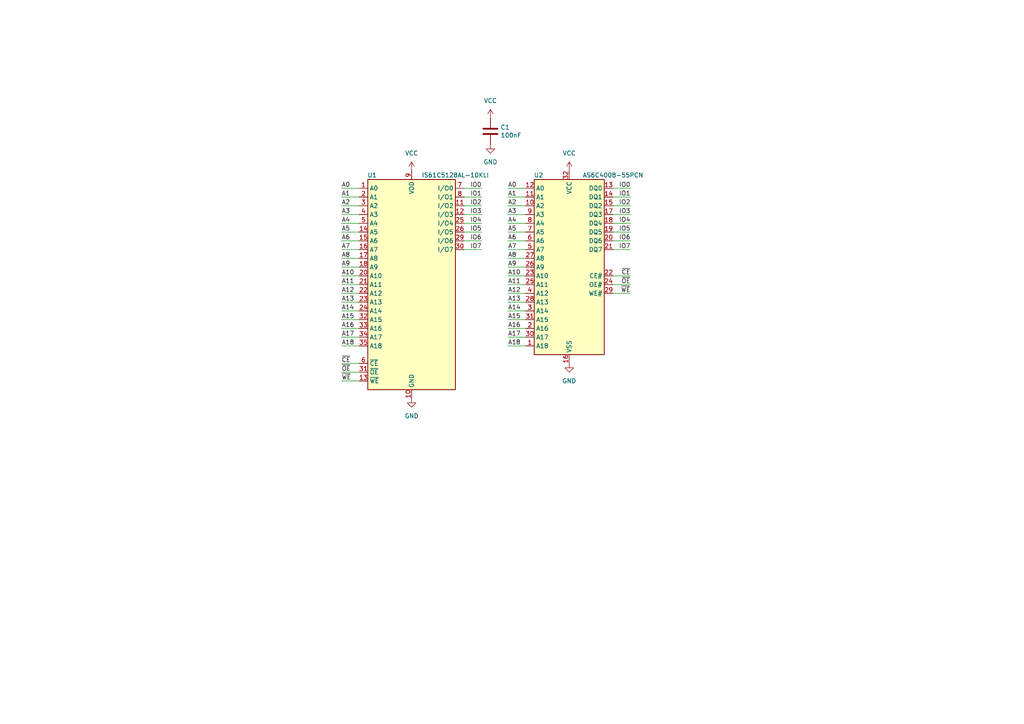
<source format=kicad_sch>
(kicad_sch (version 20211123) (generator eeschema)
  (paper "A4")
  (title_block (title "SRAM SOJ36 to DIP") (date "2021-11-14") (rev "1"))
  (lib_symbols
    (symbol "Device:C" (pin_numbers hide) (pin_names (offset 0.254))
      (property "Reference" "C" (at 0.635 2.54 0))
      (property "Value" "C" (at 0.635 -2.54 0))
      (symbol "C_0_1"
        (polyline (pts (xy -2.032 -0.762) (xy 2.032 -0.762)) (stroke (width 0.508)))
        (polyline (pts (xy -2.032 0.762) (xy 2.032 0.762)) (stroke (width 0.508)))
      )
      (symbol "C_1_1"
        (pin passive line (at 0 3.81 270) (length 2.794) (name "~") (number "1"))
        (pin passive line (at 0 -3.81 90) (length 2.794) (name "~") (number "2"))
      )
    )
    (symbol "Memory_RAM:AS6C4008-55PCN"
      (property "Reference" "U" (at -10.16 26.035 0))
      (property "Value" "AS6C4008-55PCN" (at 2.54 26.035 0))
      (symbol "AS6C4008-55PCN_0_0"
        (pin power_in line (at 0 -27.94 90) (length 2.54) (name "VSS") (number "16"))
        (pin power_in line (at 0 27.94 270) (length 2.54) (name "VCC") (number "32"))
      )
      (symbol "AS6C4008-55PCN_0_1"
        (rectangle (start -10.16 25.4) (end 10.16 -25.4) (stroke (width 0.254)) (fill (type background)))
      )
      (symbol "AS6C4008-55PCN_1_1"
        (pin input line (at -12.7 -22.86 0) (length 2.54) (name "A18") (number "1"))
        (pin input line (at -12.7 17.78 0) (length 2.54) (name "A2") (number "10"))
        (pin input line (at -12.7 20.32 0) (length 2.54) (name "A1") (number "11"))
        (pin input line (at -12.7 22.86 0) (length 2.54) (name "A0") (number "12"))
        (pin tri_state line (at 12.7 22.86 180) (length 2.54) (name "DQ0") (number "13"))
        (pin tri_state line (at 12.7 20.32 180) (length 2.54) (name "DQ1") (number "14"))
        (pin tri_state line (at 12.7 17.78 180) (length 2.54) (name "DQ2") (number "15"))
        (pin tri_state line (at 12.7 15.24 180) (length 2.54) (name "DQ3") (number "17"))
        (pin tri_state line (at 12.7 12.7 180) (length 2.54) (name "DQ4") (number "18"))
        (pin tri_state line (at 12.7 10.16 180) (length 2.54) (name "DQ5") (number "19"))
        (pin input line (at -12.7 -17.78 0) (length 2.54) (name "A16") (number "2"))
        (pin tri_state line (at 12.7 7.62 180) (length 2.54) (name "DQ6") (number "20"))
        (pin tri_state line (at 12.7 5.08 180) (length 2.54) (name "DQ7") (number "21"))
        (pin input line (at 12.7 -2.54 180) (length 2.54) (name "CE#") (number "22"))
        (pin input line (at -12.7 -2.54 0) (length 2.54) (name "A10") (number "23"))
        (pin input line (at 12.7 -5.08 180) (length 2.54) (name "OE#") (number "24"))
        (pin input line (at -12.7 -5.08 0) (length 2.54) (name "A11") (number "25"))
        (pin input line (at -12.7 0 0) (length 2.54) (name "A9") (number "26"))
        (pin input line (at -12.7 2.54 0) (length 2.54) (name "A8") (number "27"))
        (pin input line (at -12.7 -10.16 0) (length 2.54) (name "A13") (number "28"))
        (pin input line (at 12.7 -7.62 180) (length 2.54) (name "WE#") (number "29"))
        (pin input line (at -12.7 -12.7 0) (length 2.54) (name "A14") (number "3"))
        (pin input line (at -12.7 -20.32 0) (length 2.54) (name "A17") (number "30"))
        (pin input line (at -12.7 -15.24 0) (length 2.54) (name "A15") (number "31"))
        (pin input line (at -12.7 -7.62 0) (length 2.54) (name "A12") (number "4"))
        (pin input line (at -12.7 5.08 0) (length 2.54) (name "A7") (number "5"))
        (pin input line (at -12.7 7.62 0) (length 2.54) (name "A6") (number "6"))
        (pin input line (at -12.7 10.16 0) (length 2.54) (name "A5") (number "7"))
        (pin input line (at -12.7 12.7 0) (length 2.54) (name "A4") (number "8"))
        (pin input line (at -12.7 15.24 0) (length 2.54) (name "A3") (number "9"))
      )
    )
    (symbol "Memory_RAM:IS61C5128AL-10KLI"
      (property "Reference" "U" (at -10.16 31.75 0))
      (property "Value" "IS61C5128AL-10KLI" (at 12.7 31.75 0))
      (symbol "IS61C5128AL-10KLI_0_1"
        (rectangle (start -12.7 30.48) (end 12.7 -30.48) (stroke (width 0.254)) (fill (type background)))
      )
      (symbol "IS61C5128AL-10KLI_1_1"
        (pin input line (at -15.24 27.94 0) (length 2.54) (name "A0") (number "1"))
        (pin power_in line (at 0 -33.02 90) (length 2.54) (name "GND") (number "10"))
        (pin bidirectional line (at 15.24 22.86 180) (length 2.54) (name "I/O2") (number "11"))
        (pin bidirectional line (at 15.24 20.32 180) (length 2.54) (name "I/O3") (number "12"))
        (pin input line (at -15.24 -27.94 0) (length 2.54) (name "~{WE}") (number "13"))
        (pin input line (at -15.24 15.24 0) (length 2.54) (name "A5") (number "14"))
        (pin input line (at -15.24 12.7 0) (length 2.54) (name "A6") (number "15"))
        (pin input line (at -15.24 10.16 0) (length 2.54) (name "A7") (number "16"))
        (pin input line (at -15.24 7.62 0) (length 2.54) (name "A8") (number "17"))
        (pin input line (at -15.24 5.08 0) (length 2.54) (name "A9") (number "18"))
        (pin no_connect line (at 12.7 -27.94 180) (length 2.54) hide (name "NC") (number "19"))
        (pin input line (at -15.24 25.4 0) (length 2.54) (name "A1") (number "2"))
        (pin input line (at -15.24 2.54 0) (length 2.54) (name "A10") (number "20"))
        (pin input line (at -15.24 0 0) (length 2.54) (name "A11") (number "21"))
        (pin input line (at -15.24 -2.54 0) (length 2.54) (name "A12") (number "22"))
        (pin input line (at -15.24 -5.08 0) (length 2.54) (name "A13") (number "23"))
        (pin input line (at -15.24 -7.62 0) (length 2.54) (name "A14") (number "24"))
        (pin bidirectional line (at 15.24 17.78 180) (length 2.54) (name "I/O4") (number "25"))
        (pin bidirectional line (at 15.24 15.24 180) (length 2.54) (name "I/O5") (number "26"))
        (pin passive line (at 0 33.02 270) (length 2.54) hide (name "VDD") (number "27"))
        (pin passive line (at 0 -33.02 90) (length 2.54) hide (name "GND") (number "28"))
        (pin bidirectional line (at 15.24 12.7 180) (length 2.54) (name "I/O6") (number "29"))
        (pin input line (at -15.24 22.86 0) (length 2.54) (name "A2") (number "3"))
        (pin bidirectional line (at 15.24 10.16 180) (length 2.54) (name "I/O7") (number "30"))
        (pin input line (at -15.24 -25.4 0) (length 2.54) (name "~{OE}") (number "31"))
        (pin input line (at -15.24 -10.16 0) (length 2.54) (name "A15") (number "32"))
        (pin input line (at -15.24 -12.7 0) (length 2.54) (name "A16") (number "33"))
        (pin input line (at -15.24 -15.24 0) (length 2.54) (name "A17") (number "34"))
        (pin input line (at -15.24 -17.78 0) (length 2.54) (name "A18") (number "35"))
        (pin no_connect line (at 12.7 -25.4 180) (length 2.54) hide (name "NC") (number "36"))
        (pin input line (at -15.24 20.32 0) (length 2.54) (name "A3") (number "4"))
        (pin input line (at -15.24 17.78 0) (length 2.54) (name "A4") (number "5"))
        (pin input line (at -15.24 -22.86 0) (length 2.54) (name "~{CE}") (number "6"))
        (pin bidirectional line (at 15.24 27.94 180) (length 2.54) (name "I/O0") (number "7"))
        (pin bidirectional line (at 15.24 25.4 180) (length 2.54) (name "I/O1") (number "8"))
        (pin power_in line (at 0 33.02 270) (length 2.54) (name "VDD") (number "9"))
      )
    )
    (symbol "power:GND" (power) (pin_names (offset 0))
      (property "Value" "GND" (at 0 -3.81 0))
      (symbol "GND_0_1"
        (polyline (pts (xy 0 0) (xy 0 -1.27) (xy 1.27 -1.27) (xy 0 -2.54) (xy -1.27 -1.27) (xy 0 -1.27)))
      )
      (symbol "GND_1_1"
        (pin power_in line (at 0 0 270) (length 0) hide (name "GND") (number "1"))
      )
    )
    (symbol "power:VCC" (power) (pin_names (offset 0))
      (property "Value" "VCC" (at 0 3.81 0))
      (symbol "VCC_0_1"
        (polyline (pts (xy -0.762 1.27) (xy 0 2.54)))
        (polyline (pts (xy 0 0) (xy 0 2.54)))
        (polyline (pts (xy 0 2.54) (xy 0.762 1.27)))
      )
      (symbol "VCC_1_1"
        (pin power_in line (at 0 0 90) (length 0) hide (name "VCC") (number "1"))
      )
    )
  )
  (wire (pts (xy 147.32 100.33) (xy 152.4 100.33)))
  (wire (pts (xy 99.06 64.77) (xy 104.14 64.77)))
  (wire (pts (xy 99.06 107.95) (xy 104.14 107.95)))
  (wire (pts (xy 182.88 62.23) (xy 177.8 62.23)))
  (wire (pts (xy 99.06 69.85) (xy 104.14 69.85)))
  (wire (pts (xy 99.06 59.69) (xy 104.14 59.69)))
  (wire (pts (xy 147.32 82.55) (xy 152.4 82.55)))
  (wire (pts (xy 139.7 59.69) (xy 134.62 59.69)))
  (wire (pts (xy 182.88 85.09) (xy 177.8 85.09)))
  (wire (pts (xy 99.06 110.49) (xy 104.14 110.49)))
  (wire (pts (xy 99.06 72.39) (xy 104.14 72.39)))
  (wire (pts (xy 147.32 67.31) (xy 152.4 67.31)))
  (wire (pts (xy 99.06 77.47) (xy 104.14 77.47)))
  (wire (pts (xy 99.06 100.33) (xy 104.14 100.33)))
  (wire (pts (xy 147.32 95.25) (xy 152.4 95.25)))
  (wire (pts (xy 147.32 59.69) (xy 152.4 59.69)))
  (wire (pts (xy 147.32 62.23) (xy 152.4 62.23)))
  (wire (pts (xy 99.06 80.01) (xy 104.14 80.01)))
  (wire (pts (xy 99.06 95.25) (xy 104.14 95.25)))
  (wire (pts (xy 139.7 54.61) (xy 134.62 54.61)))
  (wire (pts (xy 147.32 69.85) (xy 152.4 69.85)))
  (wire (pts (xy 147.32 97.79) (xy 152.4 97.79)))
  (wire (pts (xy 99.06 54.61) (xy 104.14 54.61)))
  (wire (pts (xy 182.88 69.85) (xy 177.8 69.85)))
  (wire (pts (xy 182.88 59.69) (xy 177.8 59.69)))
  (wire (pts (xy 147.32 57.15) (xy 152.4 57.15)))
  (wire (pts (xy 147.32 74.93) (xy 152.4 74.93)))
  (wire (pts (xy 99.06 92.71) (xy 104.14 92.71)))
  (wire (pts (xy 147.32 87.63) (xy 152.4 87.63)))
  (wire (pts (xy 99.06 74.93) (xy 104.14 74.93)))
  (wire (pts (xy 182.88 64.77) (xy 177.8 64.77)))
  (wire (pts (xy 139.7 57.15) (xy 134.62 57.15)))
  (wire (pts (xy 99.06 87.63) (xy 104.14 87.63)))
  (wire (pts (xy 99.06 90.17) (xy 104.14 90.17)))
  (wire (pts (xy 99.06 82.55) (xy 104.14 82.55)))
  (wire (pts (xy 182.88 72.39) (xy 177.8 72.39)))
  (wire (pts (xy 182.88 82.55) (xy 177.8 82.55)))
  (wire (pts (xy 99.06 85.09) (xy 104.14 85.09)))
  (wire (pts (xy 182.88 57.15) (xy 177.8 57.15)))
  (wire (pts (xy 182.88 80.01) (xy 177.8 80.01)))
  (wire (pts (xy 99.06 57.15) (xy 104.14 57.15)))
  (wire (pts (xy 147.32 54.61) (xy 152.4 54.61)))
  (wire (pts (xy 147.32 92.71) (xy 152.4 92.71)))
  (wire (pts (xy 147.32 64.77) (xy 152.4 64.77)))
  (wire (pts (xy 182.88 54.61) (xy 177.8 54.61)))
  (wire (pts (xy 139.7 64.77) (xy 134.62 64.77)))
  (wire (pts (xy 139.7 69.85) (xy 134.62 69.85)))
  (wire (pts (xy 139.7 72.39) (xy 134.62 72.39)))
  (wire (pts (xy 147.32 90.17) (xy 152.4 90.17)))
  (wire (pts (xy 147.32 72.39) (xy 152.4 72.39)))
  (wire (pts (xy 99.06 105.41) (xy 104.14 105.41)))
  (wire (pts (xy 99.06 67.31) (xy 104.14 67.31)))
  (wire (pts (xy 147.32 77.47) (xy 152.4 77.47)))
  (wire (pts (xy 99.06 62.23) (xy 104.14 62.23)))
  (wire (pts (xy 147.32 85.09) (xy 152.4 85.09)))
  (wire (pts (xy 147.32 80.01) (xy 152.4 80.01)))
  (wire (pts (xy 139.7 62.23) (xy 134.62 62.23)))
  (wire (pts (xy 182.88 67.31) (xy 177.8 67.31)))
  (wire (pts (xy 139.7 67.31) (xy 134.62 67.31)))
  (wire (pts (xy 99.06 97.79) (xy 104.14 97.79)))
  (label "A11" (at 147.32 82.55 0))
  (label "A5" (at 147.32 67.31 0))
  (label "A14" (at 147.32 90.17 0))
  (label "A5" (at 99.06 67.31 0))
  (label "A12" (at 147.32 85.09 0))
  (label "IO4" (at 182.88 64.77 180))
  (label "A16" (at 99.06 95.25 0))
  (label "A6" (at 147.32 69.85 0))
  (label "A10" (at 147.32 80.01 0))
  (label "~{OE}" (at 182.88 82.55 180))
  (label "A18" (at 147.32 100.33 0))
  (label "A4" (at 147.32 64.77 0))
  (label "A6" (at 99.06 69.85 0))
  (label "IO7" (at 182.88 72.39 180))
  (label "A13" (at 99.06 87.63 0))
  (label "IO3" (at 182.88 62.23 180))
  (label "~{WE}" (at 182.88 85.09 180))
  (label "A0" (at 147.32 54.61 0))
  (label "IO6" (at 182.88 69.85 180))
  (label "A9" (at 99.06 77.47 0))
  (label "A1" (at 147.32 57.15 0))
  (label "A2" (at 99.06 59.69 0))
  (label "~{CE}" (at 182.88 80.01 180))
  (label "A15" (at 99.06 92.71 0))
  (label "A8" (at 99.06 74.93 0))
  (label "IO5" (at 139.7 67.31 180))
  (label "A3" (at 147.32 62.23 0))
  (label "IO6" (at 139.7 69.85 180))
  (label "A13" (at 147.32 87.63 0))
  (label "IO3" (at 139.7 62.23 180))
  (label "IO0" (at 139.7 54.61 180))
  (label "A17" (at 99.06 97.79 0))
  (label "A0" (at 99.06 54.61 0))
  (label "A16" (at 147.32 95.25 0))
  (label "IO1" (at 139.7 57.15 180))
  (label "IO1" (at 182.88 57.15 180))
  (label "A8" (at 147.32 74.93 0))
  (label "IO2" (at 139.7 59.69 180))
  (label "A3" (at 99.06 62.23 0))
  (label "IO5" (at 182.88 67.31 180))
  (label "A7" (at 99.06 72.39 0))
  (label "IO2" (at 182.88 59.69 180))
  (label "A7" (at 147.32 72.39 0))
  (label "A12" (at 99.06 85.09 0))
  (label "~{WE}" (at 99.06 110.49 0))
  (label "A17" (at 147.32 97.79 0))
  (label "A18" (at 99.06 100.33 0))
  (label "A4" (at 99.06 64.77 0))
  (label "A9" (at 147.32 77.47 0))
  (label "IO7" (at 139.7 72.39 180))
  (label "~{OE}" (at 99.06 107.95 0))
  (label "A10" (at 99.06 80.01 0))
  (label "~{CE}" (at 99.06 105.41 0))
  (label "A1" (at 99.06 57.15 0))
  (label "IO4" (at 139.7 64.77 180))
  (label "A15" (at 147.32 92.71 0))
  (label "A2" (at 147.32 59.69 0))
  (label "A11" (at 99.06 82.55 0))
  (label "A14" (at 99.06 90.17 0))
  (label "IO0" (at 182.88 54.61 180))
  (symbol (lib_id "Memory_RAM:IS61C5128AL-10KLI") (at 119.38 82.55 0) (unit 1)
    (property "Reference" "U1" (at 107.95 50.8 0))
    (property "Value" "IS61C5128AL-10KLI" (at 132.08 50.8 0))
    (property "Footprint" "Package_SO:SOJ-36_10.16x23.49mm_P1.27mm" (effects hide))
    (property "Datasheet" "http://www.issi.com/WW/pdf/61-64C5128AL.pdf" (effects hide))
  )
  (symbol (lib_id "Memory_RAM:AS6C4008-55PCN") (at 165.1 77.47 0) (unit 1)
    (property "Reference" "U2" (at 156.21 50.8 0))
    (property "Value" "AS6C4008-55PCN" (at 177.8 50.8 0))
    (property "Footprint" "Package_DIP:DIP-32_W15.24mm" (effects hide))
    (property "Datasheet" "https://www.alliancememory.com/wp-content/uploads/pdf/AS6C4008.pdf" (effects hide))
  )
  (symbol (lib_id "Device:C") (at 142.24 38.1 0) (unit 1)
    (property "Reference" "C1" (at 145.161 36.9316 0) (effects (justify left)))
    (property "Value" "100nF" (at 145.161 39.243 0) (effects (justify left)))
    (property "Footprint" "Capacitor_SMD:C_0805_2012Metric_Pad1.18x1.45mm_HandSolder" (effects hide))
  )
  (symbol (lib_id "power:VCC") (at 165.1 49.53 0) (unit 1)
    (property "Reference" "#PWR0103" (effects hide))
    (property "Value" "VCC" (at 165.1 44.45 0))
  )
  (symbol (lib_id "power:GND") (at 142.24 41.91 0) (unit 1)
    (property "Reference" "#PWR0101" (effects hide))
    (property "Value" "GND" (at 142.24 46.99 0))
  )
  (symbol (lib_id "power:VCC") (at 142.24 34.29 0) (unit 1)
    (property "Reference" "#PWR0102" (effects hide))
    (property "Value" "VCC" (at 142.24 29.21 0))
  )
  (symbol (lib_id "power:GND") (at 119.38 115.57 0) (unit 1)
    (property "Reference" "#PWR0105" (effects hide))
    (property "Value" "GND" (at 119.38 120.65 0))
  )
  (symbol (lib_id "power:VCC") (at 119.38 49.53 0) (unit 1)
    (property "Reference" "#PWR0104" (effects hide))
    (property "Value" "VCC" (at 119.38 44.45 0))
  )
  (symbol (lib_id "power:GND") (at 165.1 105.41 0) (unit 1)
    (property "Reference" "#PWR0106" (effects hide))
    (property "Value" "GND" (at 165.1 110.49 0))
  )
)
</source>
